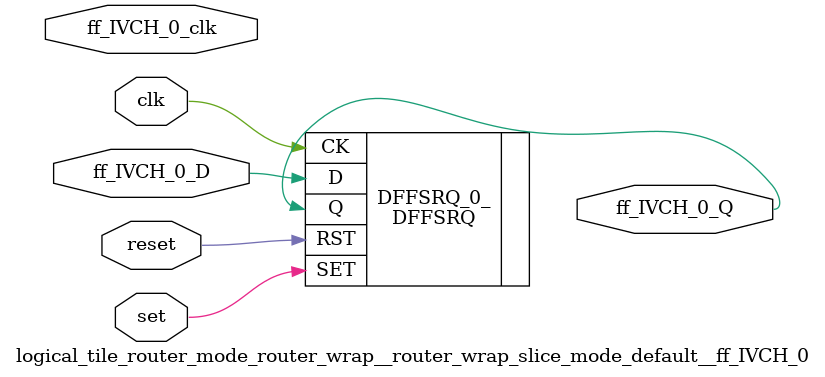
<source format=v>
`default_nettype none

module logical_tile_router_mode_router_wrap__router_wrap_slice_mode_default__ff_IVCH_0(set,
                                                                                       reset,
                                                                                       clk,
                                                                                       ff_IVCH_0_D,
                                                                                       ff_IVCH_0_Q,
                                                                                       ff_IVCH_0_clk);
//----- GLOBAL PORTS -----
input [0:0] set;
//----- GLOBAL PORTS -----
input [0:0] reset;
//----- GLOBAL PORTS -----
input [0:0] clk;
//----- INPUT PORTS -----
input [0:0] ff_IVCH_0_D;
//----- OUTPUT PORTS -----
output [0:0] ff_IVCH_0_Q;
//----- CLOCK PORTS -----
input [0:0] ff_IVCH_0_clk;

//----- BEGIN wire-connection ports -----
wire [0:0] ff_IVCH_0_D;
wire [0:0] ff_IVCH_0_Q;
wire [0:0] ff_IVCH_0_clk;
//----- END wire-connection ports -----


//----- BEGIN Registered ports -----
//----- END Registered ports -----



// ----- BEGIN Local short connections -----
// ----- END Local short connections -----
// ----- BEGIN Local output short connections -----
// ----- END Local output short connections -----

	DFFSRQ DFFSRQ_0_ (
		.SET(set),
		.RST(reset),
		.CK(clk),
		.D(ff_IVCH_0_D),
		.Q(ff_IVCH_0_Q));

endmodule
// ----- END Verilog module for logical_tile_router_mode_router_wrap__router_wrap_slice_mode_default__ff_IVCH_0 -----

//----- Default net type -----
`default_nettype wire




</source>
